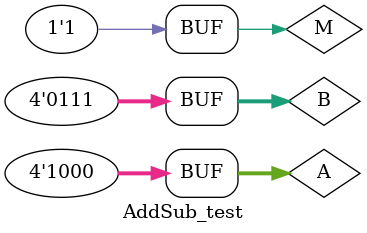
<source format=v>
`timescale 1ns / 1ps

module AddSub_test();
reg [3:0]A, B;
reg M;
wire [3:0]S;
wire cout;

AddSub M0(A, B, M, S, cout);

initial
    begin
    $monitor($time,"A = %b; B = %b; M = %b; S = %b; cout = %b", A, B, M, S, cout);
    A = 4'b1010; B = 4'b0101; M = 0;
    #40 M = 1;
    #40 A = 4'b1000; M = 0;
    #40 M = 1;
    #40 B = 4'b0111; M = 0;
    #40 M = 1;
    end

endmodule

</source>
